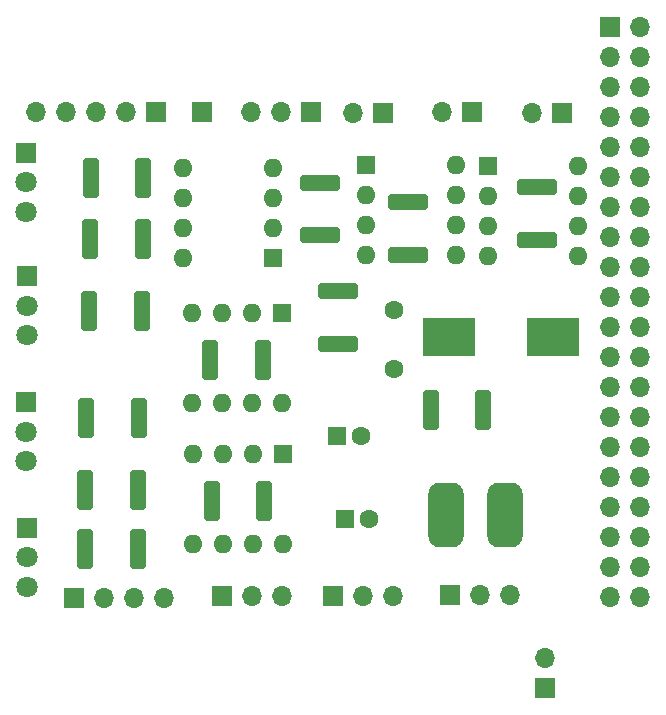
<source format=gbr>
%TF.GenerationSoftware,KiCad,Pcbnew,7.0.10*%
%TF.CreationDate,2024-01-28T16:57:24+01:00*%
%TF.ProjectId,pcb,7063622e-6b69-4636-9164-5f7063625858,rev?*%
%TF.SameCoordinates,Original*%
%TF.FileFunction,Soldermask,Bot*%
%TF.FilePolarity,Negative*%
%FSLAX46Y46*%
G04 Gerber Fmt 4.6, Leading zero omitted, Abs format (unit mm)*
G04 Created by KiCad (PCBNEW 7.0.10) date 2024-01-28 16:57:24*
%MOMM*%
%LPD*%
G01*
G04 APERTURE LIST*
G04 Aperture macros list*
%AMRoundRect*
0 Rectangle with rounded corners*
0 $1 Rounding radius*
0 $2 $3 $4 $5 $6 $7 $8 $9 X,Y pos of 4 corners*
0 Add a 4 corners polygon primitive as box body*
4,1,4,$2,$3,$4,$5,$6,$7,$8,$9,$2,$3,0*
0 Add four circle primitives for the rounded corners*
1,1,$1+$1,$2,$3*
1,1,$1+$1,$4,$5*
1,1,$1+$1,$6,$7*
1,1,$1+$1,$8,$9*
0 Add four rect primitives between the rounded corners*
20,1,$1+$1,$2,$3,$4,$5,0*
20,1,$1+$1,$4,$5,$6,$7,0*
20,1,$1+$1,$6,$7,$8,$9,0*
20,1,$1+$1,$8,$9,$2,$3,0*%
G04 Aperture macros list end*
%ADD10C,1.600000*%
%ADD11R,1.600000X1.600000*%
%ADD12O,1.600000X1.600000*%
%ADD13R,1.800000X1.800000*%
%ADD14C,1.800000*%
%ADD15RoundRect,0.999000X0.501000X1.751000X-0.501000X1.751000X-0.501000X-1.751000X0.501000X-1.751000X0*%
%ADD16RoundRect,0.250000X0.400000X1.450000X-0.400000X1.450000X-0.400000X-1.450000X0.400000X-1.450000X0*%
%ADD17R,1.700000X1.700000*%
%ADD18O,1.700000X1.700000*%
%ADD19RoundRect,0.250000X1.450000X-0.400000X1.450000X0.400000X-1.450000X0.400000X-1.450000X-0.400000X0*%
%ADD20RoundRect,0.250000X-0.400000X-1.450000X0.400000X-1.450000X0.400000X1.450000X-0.400000X1.450000X0*%
%ADD21RoundRect,0.250000X-1.450000X0.400000X-1.450000X-0.400000X1.450000X-0.400000X1.450000X0.400000X0*%
%ADD22R,4.500000X3.300000*%
G04 APERTURE END LIST*
D10*
%TO.C,C1*%
X258572000Y-54366800D03*
X258572000Y-49366800D03*
%TD*%
D11*
%TO.C,U3*%
X249103200Y-49641600D03*
D12*
X246563200Y-49641600D03*
X244023200Y-49641600D03*
X241483200Y-49641600D03*
X241483200Y-57261600D03*
X244023200Y-57261600D03*
X246563200Y-57261600D03*
X249103200Y-57261600D03*
%TD*%
D11*
%TO.C,C2*%
X254441888Y-67081400D03*
D10*
X256441888Y-67081400D03*
%TD*%
D13*
%TO.C,Xgain1*%
X227450400Y-57206200D03*
D14*
X227450400Y-59706200D03*
X227450400Y-62206200D03*
%TD*%
D11*
%TO.C,U5*%
X266547600Y-37221000D03*
D12*
X266547600Y-39761000D03*
X266547600Y-42301000D03*
X266547600Y-44841000D03*
X274167600Y-44841000D03*
X274167600Y-42301000D03*
X274167600Y-39761000D03*
X274167600Y-37221000D03*
%TD*%
D13*
%TO.C,Ygain1*%
X227450400Y-36078000D03*
D14*
X227450400Y-38578000D03*
X227450400Y-41078000D03*
%TD*%
D11*
%TO.C,C3*%
X253756088Y-60071000D03*
D10*
X255756088Y-60071000D03*
%TD*%
D13*
%TO.C,Yoffset1*%
X227525800Y-46512800D03*
D14*
X227525800Y-49012800D03*
X227525800Y-51512800D03*
%TD*%
D11*
%TO.C,U4*%
X256169000Y-37119400D03*
D12*
X256169000Y-39659400D03*
X256169000Y-42199400D03*
X256169000Y-44739400D03*
X263789000Y-44739400D03*
X263789000Y-42199400D03*
X263789000Y-39659400D03*
X263789000Y-37119400D03*
%TD*%
D13*
%TO.C,Xoffset1*%
X227496600Y-67816400D03*
D14*
X227496600Y-70316400D03*
X227496600Y-72816400D03*
%TD*%
D11*
%TO.C,U1*%
X248325800Y-44973400D03*
D12*
X248325800Y-42433400D03*
X248325800Y-39893400D03*
X248325800Y-37353400D03*
X240705800Y-37353400D03*
X240705800Y-39893400D03*
X240705800Y-42433400D03*
X240705800Y-44973400D03*
%TD*%
D11*
%TO.C,U2*%
X249138600Y-61569600D03*
D12*
X246598600Y-61569600D03*
X244058600Y-61569600D03*
X241518600Y-61569600D03*
X241518600Y-69189600D03*
X244058600Y-69189600D03*
X246598600Y-69189600D03*
X249138600Y-69189600D03*
%TD*%
D15*
%TO.C,L1*%
X267944600Y-66700400D03*
X262944600Y-66700400D03*
%TD*%
D16*
%TO.C,R4*%
X237276600Y-43357800D03*
X232826600Y-43357800D03*
%TD*%
D17*
%TO.C,laser_B1*%
X272826400Y-32670600D03*
D18*
X270286400Y-32670600D03*
%TD*%
D16*
%TO.C,R6*%
X247452000Y-53594000D03*
X243002000Y-53594000D03*
%TD*%
D17*
%TO.C,+15supply1*%
X271373600Y-81381600D03*
D18*
X271373600Y-78841600D03*
%TD*%
D19*
%TO.C,R15*%
X253847600Y-52237600D03*
X253847600Y-47787600D03*
%TD*%
D16*
%TO.C,R12*%
X247565000Y-65557400D03*
X243115000Y-65557400D03*
%TD*%
D17*
%TO.C,bat_probe1*%
X242341400Y-32639000D03*
%TD*%
D20*
%TO.C,R14*%
X261681000Y-57886600D03*
X266131000Y-57886600D03*
%TD*%
D17*
%TO.C,J1*%
X276860000Y-25400000D03*
D18*
X279400000Y-25400000D03*
X276860000Y-27940000D03*
X279400000Y-27940000D03*
X276860000Y-30480000D03*
X279400000Y-30480000D03*
X276860000Y-33020000D03*
X279400000Y-33020000D03*
X276860000Y-35560000D03*
X279400000Y-35560000D03*
X276860000Y-38100000D03*
X279400000Y-38100000D03*
X276860000Y-40640000D03*
X279400000Y-40640000D03*
X276860000Y-43180000D03*
X279400000Y-43180000D03*
X276860000Y-45720000D03*
X279400000Y-45720000D03*
X276860000Y-48260000D03*
X279400000Y-48260000D03*
X276860000Y-50800000D03*
X279400000Y-50800000D03*
X276860000Y-53340000D03*
X279400000Y-53340000D03*
X276860000Y-55880000D03*
X279400000Y-55880000D03*
X276860000Y-58420000D03*
X279400000Y-58420000D03*
X276860000Y-60960000D03*
X279400000Y-60960000D03*
X276860000Y-63500000D03*
X279400000Y-63500000D03*
X276860000Y-66040000D03*
X279400000Y-66040000D03*
X276860000Y-68580000D03*
X279400000Y-68580000D03*
X276860000Y-71120000D03*
X279400000Y-71120000D03*
X276860000Y-73660000D03*
X279400000Y-73660000D03*
%TD*%
D17*
%TO.C,laser_G1*%
X265206400Y-32645200D03*
D18*
X262666400Y-32645200D03*
%TD*%
D16*
%TO.C,R9*%
X236895600Y-69621400D03*
X232445600Y-69621400D03*
%TD*%
%TO.C,R11*%
X236895600Y-64617600D03*
X232445600Y-64617600D03*
%TD*%
D19*
%TO.C,R8*%
X259791200Y-44693800D03*
X259791200Y-40243800D03*
%TD*%
D16*
%TO.C,R5*%
X237200400Y-49453800D03*
X232750400Y-49453800D03*
%TD*%
D17*
%TO.C,encoder1*%
X231450800Y-73726600D03*
D18*
X233990800Y-73726600D03*
X236530800Y-73726600D03*
X239070800Y-73726600D03*
%TD*%
D17*
%TO.C,galPWR1*%
X263347200Y-73533000D03*
D18*
X265887200Y-73533000D03*
X268427200Y-73533000D03*
%TD*%
D21*
%TO.C,pwrSW_PU1*%
X270713200Y-39009400D03*
X270713200Y-43459400D03*
%TD*%
D20*
%TO.C,R1*%
X232877400Y-38227000D03*
X237327400Y-38227000D03*
%TD*%
%TO.C,R7*%
X232521800Y-58521600D03*
X236971800Y-58521600D03*
%TD*%
D17*
%TO.C,pwrSW1*%
X251536200Y-32639000D03*
D18*
X248996200Y-32639000D03*
X246456200Y-32639000D03*
%TD*%
D19*
%TO.C,R10*%
X252323600Y-43042800D03*
X252323600Y-38592800D03*
%TD*%
D17*
%TO.C,laser_R1*%
X257662600Y-32670600D03*
D18*
X255122600Y-32670600D03*
%TD*%
D17*
%TO.C,galX1*%
X243982000Y-73628400D03*
D18*
X246522000Y-73628400D03*
X249062000Y-73628400D03*
%TD*%
D17*
%TO.C,galY1*%
X253415800Y-73609200D03*
D18*
X255955800Y-73609200D03*
X258495800Y-73609200D03*
%TD*%
D22*
%TO.C,D2*%
X263239800Y-51663600D03*
X272039800Y-51663600D03*
%TD*%
D17*
%TO.C,LCD1*%
X238379000Y-32588200D03*
D18*
X235839000Y-32588200D03*
X233299000Y-32588200D03*
X230759000Y-32588200D03*
X228219000Y-32588200D03*
%TD*%
M02*

</source>
